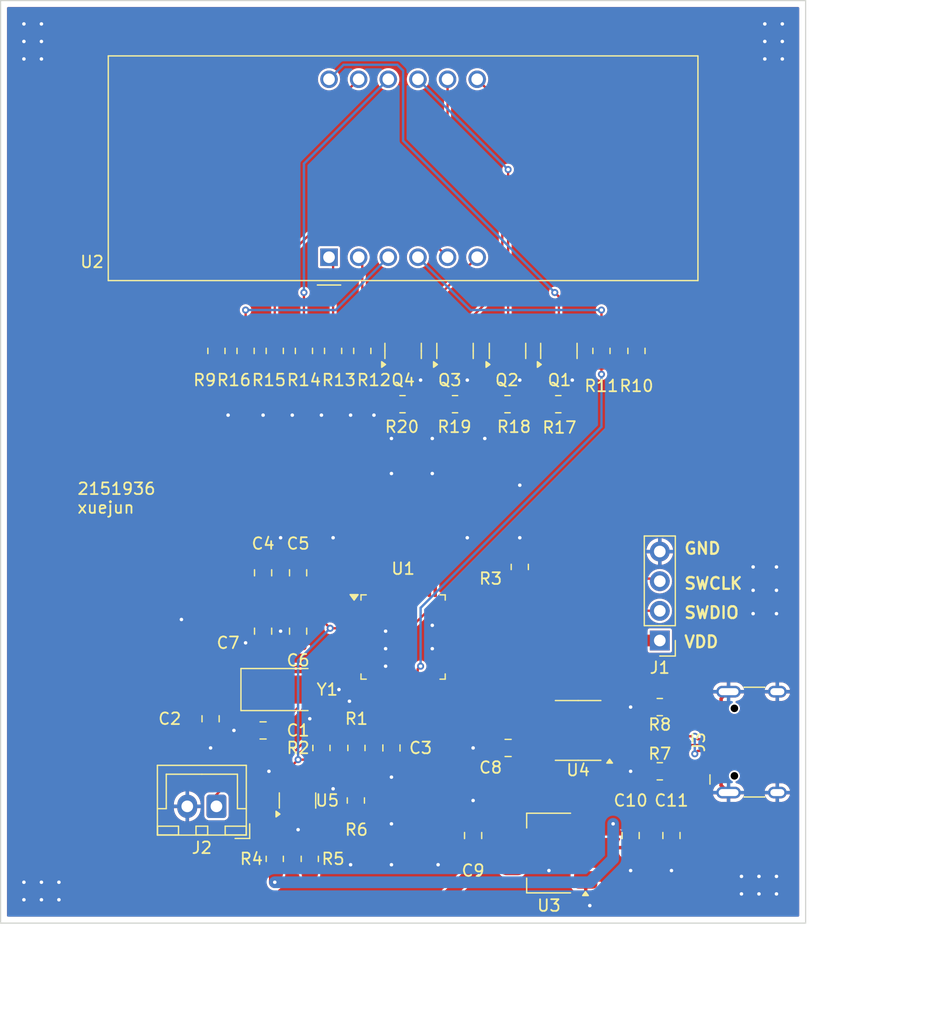
<source format=kicad_pcb>
(kicad_pcb (version 20240108) (generator "pcbnew") (generator_version "8.0")
  (layers (0 "F.Cu" signal) (31 "B.Cu" signal) (34 "B.Paste" user) (35 "F.Paste" user) (36 "B.SilkS" user "B.Silkscreen") (37 "F.SilkS" user "F.Silkscreen") (38 "B.Mask" user) (39 "F.Mask" user) (44 "Edge.Cuts" user))
  (net 0 "")
  (net 1 "Net-(Q2-B)")
  (net 2 "/CC2")
  (net 3 "/CC1")
  (net 4 "Net-(Q1-B)")
  (net 5 "/SEG_DP")
  (net 6 "Net-(U2-DPX)")
  (net 7 "Net-(U2-g)")
  (net 8 "/SEG_G")
  (net 9 "Net-(U2-f)")
  (net 10 "/SEG_F")
  (net 11 "/SEG_B")
  (net 12 "Net-(U2-b)")
  (net 13 "/SEG_E")
  (net 14 "Net-(U2-e)")
  (net 15 "Net-(U2-d)")
  (net 16 "/SEG_D")
  (net 17 "Net-(U2-c)")
  (net 18 "/SEG_C")
  (net 19 "/SEG_A")
  (net 20 "Net-(U2-a)")
  (net 21 "GND")
  (net 22 "Net-(J3-CC2)")
  (net 23 "Net-(J3-CC1)")
  (net 24 "Net-(U5-REF)")
  (net 25 "/VREF")
  (net 26 "Net-(U1-NRST)")
  (net 27 "VDD")
  (net 28 "Net-(J2-Pin_1)")
  (net 29 "/SWCLK")
  (net 30 "VCC")
  (net 31 "/CC3")
  (net 32 "Net-(Q3-B)")
  (net 33 "/CC4")
  (net 34 "Net-(Q4-B)")
  (net 35 "Net-(Q4-C)")
  (net 36 "Net-(Q1-C)")
  (net 37 "Net-(Q2-C)")
  (net 38 "Net-(Q3-C)")
  (net 39 "Net-(U4-UD-)")
  (net 40 "Net-(U4-UD+)")
  (net 42 "/UART_RX")
  (net 43 "/UART_TX")
  (net 63 "/SWDIO")
  (net 69 "Net-(U1-PF0)")
  (net 70 "Net-(U1-PF1)")
  (footprint "Capacitor_SMD:C_0805_2012Metric_Pad1.18x1.45mm_HandSolder" (layer "F.Cu") (at 141 104 -90)
    (property "Reference" "C6")
    (property "Value" "0.1uF")
  )
  (footprint "Resistor_SMD:R_0805_2012Metric_Pad1.20x1.40mm_HandSolder" (layer "F.Cu") (at 145.95 118.5 90)
    (property "Reference" "R6")
    (property "Value" "10k")
  )
  (footprint "Capacitor_SMD:C_0805_2012Metric_Pad1.18x1.45mm_HandSolder" (layer "F.Cu") (at 169.5 121.5 -90)
    (property "Reference" "C10")
    (property "Value" "0.1uF")
  )
  (footprint "Capacitor_SMD:C_0805_2012Metric_Pad1.18x1.45mm_HandSolder" (layer "F.Cu") (at 138 99 90)
    (property "Reference" "C4")
    (property "Value" "10uF")
  )
  (footprint "Connector_PinHeader_2.54mm:PinHeader_1x04_P2.54mm_Vertical" (layer "F.Cu") (at 172 104.8 180)
    (property "Reference" "J1")
    (property "Value" "Conn_01x04_Pin")
  )
  (footprint "Package_TO_SOT_SMD:SOT-23" (layer "F.Cu") (at 154.45 80 90)
    (property "Reference" "Q3")
    (property "Value" "MMBT3904" (hide yes))
  )
  (footprint "Package_TO_SOT_SMD:SOT-23" (layer "F.Cu") (at 158.95 80 90)
    (property "Reference" "Q2")
    (property "Value" "MMBT3904" (hide yes))
  )
  (footprint "Capacitor_SMD:C_0805_2012Metric_Pad1.18x1.45mm_HandSolder" (layer "F.Cu") (at 156 121.5 90)
    (property "Reference" "C9")
    (property "Value" "0.1uF")
  )
  (footprint "Resistor_SMD:R_0805_2012Metric_Pad1.20x1.40mm_HandSolder" (layer "F.Cu") (at 139 80 90)
    (property "Reference" "R15")
    (property "Value" "330")
  )
  (footprint "Resistor_SMD:R_0805_2012Metric_Pad1.20x1.40mm_HandSolder" (layer "F.Cu") (at 163.3 84.5625 180)
    (property "Reference" "R17")
    (property "Value" "1k")
  )
  (footprint "Display_7Segment:CA56-12EWA" (layer "F.Cu") (at 143.65 71.9775 90)
    (property "Reference" "U2")
    (property "Value" "CC56-12EWA")
  )
  (footprint "Resistor_SMD:R_0805_2012Metric_Pad1.20x1.40mm_HandSolder" (layer "F.Cu") (at 142 123.5 90)
    (property "Reference" "R5")
    (property "Value" "3.3k")
  )
  (footprint "Resistor_SMD:R_0805_2012Metric_Pad1.20x1.40mm_HandSolder" (layer "F.Cu") (at 146.5 80 90)
    (property "Reference" "R12")
    (property "Value" "330")
  )
  (footprint "Resistor_SMD:R_0805_2012Metric_Pad1.20x1.40mm_HandSolder" (layer "F.Cu") (at 149.95 84.5625 180)
    (property "Reference" "R20")
    (property "Value" "1k")
  )
  (footprint "Capacitor_SMD:C_0805_2012Metric_Pad1.18x1.45mm_HandSolder" (layer "F.Cu") (at 173 121.5 -90)
    (property "Reference" "C11")
    (property "Value" "10uF")
  )
  (footprint "Resistor_SMD:R_0805_2012Metric_Pad1.20x1.40mm_HandSolder" (layer "F.Cu") (at 158.95 84.5625 180)
    (property "Reference" "R18")
    (property "Value" "1k")
  )
  (footprint "Resistor_SMD:R_0805_2012Metric_Pad1.20x1.40mm_HandSolder" (layer "F.Cu") (at 134 80 90)
    (property "Reference" "R9")
    (property "Value" "330")
  )
  (footprint "Resistor_SMD:R_0805_2012Metric_Pad1.20x1.40mm_HandSolder" (layer "F.Cu") (at 146 114 90)
    (property "Reference" "R1")
    (property "Value" "10k")
  )
  (footprint "Resistor_SMD:R_0805_2012Metric_Pad1.20x1.40mm_HandSolder" (layer "F.Cu") (at 172 116 180)
    (property "Reference" "R7")
    (property "Value" "5.1k")
  )
  (footprint "Package_SO:SOIC-8_3.9x4.9mm_P1.27mm" (layer "F.Cu") (at 165 112.5 180)
    (property "Reference" "U4")
    (property "Value" "CH340N")
  )
  (footprint "Capacitor_SMD:C_0805_2012Metric_Pad1.18x1.45mm_HandSolder" (layer "F.Cu") (at 138 104 -90)
    (property "Reference" "C7")
    (property "Value" "10uF")
  )
  (footprint "Package_TO_SOT_SMD:SOT-23" (layer "F.Cu") (at 163.35 80 90)
    (property "Reference" "Q1")
    (property "Value" "MMBT3904")
  )
  (footprint "Connector_USB:USB_C_Receptacle_HCTL_HC-TYPE-C-16P-01A" (layer "F.Cu") (at 181 113.5 90)
    (property "Reference" "J3")
    (property "Value" "USB_C_Receptacle_USB2.0_16P")
  )
  (footprint "Package_TO_SOT_SMD:SOT-223-3_TabPin2" (layer "F.Cu") (at 162.5 123 180)
    (property "Reference" "U3")
    (property "Value" "AMS1117-3.3")
  )
  (footprint "Resistor_SMD:R_0805_2012Metric_Pad1.20x1.40mm_HandSolder" (layer "F.Cu") (at 141.5 80 90)
    (property "Reference" "R14")
    (property "Value" "330")
  )
  (footprint "Resistor_SMD:R_0805_2012Metric_Pad1.20x1.40mm_HandSolder" (layer "F.Cu") (at 144 80 90)
    (property "Reference" "R13")
    (property "Value" "330")
  )
  (footprint "Resistor_SMD:R_0805_2012Metric_Pad1.20x1.40mm_HandSolder" (layer "F.Cu") (at 172 110.5 180)
    (property "Reference" "R8")
    (property "Value" "5.1k")
  )
  (footprint "Capacitor_SMD:C_0805_2012Metric_Pad1.18x1.45mm_HandSolder" (layer "F.Cu") (at 138 112.5 180)
    (property "Reference" "C1")
    (property "Value" "22pF")
  )
  (footprint "Connector_JST:JST_XH_B2B-XH-A_1x02_P2.50mm_Vertical" (layer "F.Cu") (at 134 119 180)
    (property "Reference" "J2")
    (property "Value" "Conn_01x02_Pin")
  )
  (footprint "Capacitor_SMD:C_0805_2012Metric_Pad1.18x1.45mm_HandSolder" (layer "F.Cu") (at 149 114 -90)
    (property "Reference" "C3")
    (property "Value" "0.1uF")
  )
  (footprint "Resistor_SMD:R_0805_2012Metric_Pad1.20x1.40mm_HandSolder" (layer "F.Cu") (at 139 123.5 90)
    (property "Reference" "R4")
    (property "Value" "330")
  )
  (footprint "Resistor_SMD:R_0805_2012Metric_Pad1.20x1.40mm_HandSolder" (layer "F.Cu") (at 136.5 80 90)
    (property "Reference" "R16")
    (property "Value" "330")
  )
  (footprint "Resistor_SMD:R_0805_2012Metric_Pad1.20x1.40mm_HandSolder" (layer "F.Cu") (at 170 80 90)
    (property "Reference" "R10")
    (property "Value" "330")
  )
  (footprint "Resistor_SMD:R_0805_2012Metric_Pad1.20x1.40mm_HandSolder" (layer "F.Cu") (at 160 98.5 90)
    (property "Reference" "R3")
    (property "Value" "10k")
  )
  (footprint "Package_QFP:LQFP-48_7x7mm_P0.5mm" (layer "F.Cu") (at 150 104.5)
    (property "Reference" "U1")
    (property "Value" "STM32G030C8Tx")
  )
  (footprint "Resistor_SMD:R_0805_2012Metric_Pad1.20x1.40mm_HandSolder" (layer "F.Cu") (at 143 114 90)
    (property "Reference" "R2")
    (property "Value" "10k")
  )
  (footprint "Resistor_SMD:R_0805_2012Metric_Pad1.20x1.40mm_HandSolder" (layer "F.Cu") (at 167 80 90)
    (property "Reference" "R11")
    (property "Value" "330")
  )
  (footprint "Capacitor_SMD:C_0805_2012Metric_Pad1.18x1.45mm_HandSolder" (layer "F.Cu") (at 159 114 180)
    (property "Reference" "C8")
    (property "Value" "0.1uF")
  )
  (footprint "Resistor_SMD:R_0805_2012Metric_Pad1.20x1.40mm_HandSolder" (layer "F.Cu") (at 154.45 84.5625 180)
    (property "Reference" "R19")
    (property "Value" "1k")
  )
  (footprint "Package_TO_SOT_SMD:SOT-23" (layer "F.Cu") (at 140.95 118.5 90)
    (property "Reference" "U5")
    (property "Value" "TL431DBZ")
  )
  (footprint "Package_TO_SOT_SMD:SOT-23" (layer "F.Cu") (at 150 80 90)
    (property "Reference" "Q4")
    (property "Value" "MMBT3904" (hide yes))
  )
  (footprint "Capacitor_SMD:C_0805_2012Metric_Pad1.18x1.45mm_HandSolder" (layer "F.Cu") (at 133.5 111.5 -90)
    (property "Reference" "C2")
    (property "Value" "22pF")
  )
  (footprint "Capacitor_SMD:C_0805_2012Metric_Pad1.18x1.45mm_HandSolder" (layer "F.Cu") (at 141 99 90)
    (property "Reference" "C5")
    (property "Value" "0.1uF")
  )
  (footprint "Crystal:Crystal_SMD_5032-2Pin_5.0x3.2mm" (layer "F.Cu") (at 139.15 109)
    (property "Reference" "Y1")
    (property "Value" "Crystal")
  )
  (gr_line (start 184.5 50) (end 184.5 129) (stroke (width 0.1)) (layer "Edge.Cuts"))
  (gr_line (start 115.5 50) (end 184.5 50) (stroke (width 0.1)) (layer "Edge.Cuts"))
  (gr_line (start 115.5 50) (end 115.5 129) (stroke (width 0.1)) (layer "Edge.Cuts"))
  (gr_line (start 184.5 129) (end 115.5 129) (stroke (width 0.1)) (layer "Edge.Cuts"))
  (gr_text "2151936\nxuejun" (at 122 94 0) (layer "F.SilkS") (effects (font (size 1 1)) (justify left bottom)))
  (gr_text "GND" (at 174 97.5 0) (layer "F.SilkS") (effects (font (size 1 1) (thickness 0.2) (bold yes)) (justify left bottom)))
  (gr_text "SWDIO" (at 174 103 0) (layer "F.SilkS") (effects (font (size 1 1) (thickness 0.2) (bold yes)) (justify left bottom)))
  (gr_text "VDD" (at 174 105.5 0) (layer "F.SilkS") (effects (font (size 1 1) (thickness 0.2) (bold yes)) (justify left bottom)))
  (gr_text "SWCLK" (at 174 100.5 0) (layer "F.SilkS") (effects (font (size 1 1) (thickness 0.2) (bold yes)) (justify left bottom)))
  (segment (start 157.95 84.5625) (end 157.95 80.9875) (width 0.2) (layer "F.Cu") (net 1))
  (segment (start 157.95 80.9875) (end 158 80.9375) (width 0.2) (layer "F.Cu") (net 1))
  (segment (start 151.75 94.75) (end 159.95 86.55) (width 0.2) (layer "F.Cu") (net 2))
  (segment (start 159.95 86.55) (end 159.95 84.5625) (width 0.2) (layer "F.Cu") (net 2))
  (segment (start 151.75 100.3375) (end 151.75 94.75) (width 0.2) (layer "F.Cu") (net 2))
  (segment (start 152.25 100.3375) (end 152.25 96.6125) (width 0.2) (layer "F.Cu") (net 3))
  (segment (start 152.25 96.6125) (end 164.3 84.5625) (width 0.2) (layer "F.Cu") (net 3))
  (segment (start 162.3 81.0375) (end 162.4 80.9375) (width 0.2) (layer "F.Cu") (net 4))
  (segment (start 162.3 84.5625) (end 162.3 81.0375) (width 0.2) (layer "F.Cu") (net 4))
  (segment (start 148.25 97.75) (end 136.5 86) (width 0.2) (layer "F.Cu") (net 5))
  (segment (start 136.5 86) (end 136.5 81) (width 0.2) (layer "F.Cu") (net 5))
  (segment (start 148.25 100.3375) (end 148.25 97.75) (width 0.2) (layer "F.Cu") (net 5))
  (segment (start 149 72.2475) (end 148.73 71.9775) (width 0.2) (layer "F.Cu") (net 6))
  (segment (start 136.5 79) (end 136.5 76.5) (width 0.2) (layer "F.Cu") (net 6))
  (via (at 136.5 76.5) (size 0.6) (drill 0.3) (layers "F.Cu" "B.Cu") (net 6))
  (segment (start 144.2075 76.5) (end 148.73 71.9775) (width 0.2) (layer "B.Cu") (net 6))
  (segment (start 136.5 76.5) (end 144.2075 76.5) (width 0.2) (layer "B.Cu") (net 6))
  (segment (start 139 79) (end 139 73) (width 0.2) (layer "F.Cu") (net 7))
  (segment (start 139 73) (end 142 70) (width 0.2) (layer "F.Cu") (net 7))
  (segment (start 142 70) (end 151.8325 70) (width 0.2) (layer "F.Cu") (net 7))
  (segment (start 151.8325 70) (end 153.81 71.9775) (width 0.2) (layer "F.Cu") (net 7))
  (segment (start 148.75 100.3375) (end 148.75 96.75) (width 0.2) (layer "F.Cu") (net 8))
  (segment (start 148.75 96.75) (end 139 87) (width 0.2) (layer "F.Cu") (net 8))
  (segment (start 139 87) (end 139 81) (width 0.2) (layer "F.Cu") (net 8))
  (segment (start 141.5 79) (end 141.5 75) (width 0.2) (layer "F.Cu") (net 9))
  (via (at 141.5 75) (size 0.6) (drill 0.3) (layers "F.Cu" "B.Cu") (net 9))
  (segment (start 141.5 75) (end 141.5 63.9675) (width 0.2) (layer "B.Cu") (net 9))
  (segment (start 141.5 63.9675) (end 148.73 56.7375) (width 0.2) (layer "B.Cu") (net 9))
  (segment (start 141.5 88) (end 141.5 81) (width 0.2) (layer "F.Cu") (net 10))
  (segment (start 149.25 95.75) (end 141.5 88) (width 0.2) (layer "F.Cu") (net 10))
  (segment (start 149.25 100.3375) (end 149.25 95.75) (width 0.2) (layer "F.Cu") (net 10))
  (segment (start 170 84.35741) (end 170 81) (width 0.2) (layer "F.Cu") (net 11))
  (segment (start 150.75 108.6625) (end 150.75 103.60741) (width 0.2) (layer "F.Cu") (net 11))
  (segment (start 150.75 103.60741) (end 170 84.35741) (width 0.2) (layer "F.Cu") (net 11))
  (segment (start 170 70.3875) (end 156.35 56.7375) (width 0.2) (layer "F.Cu") (net 12))
  (segment (start 170 79) (end 170 70.3875) (width 0.2) (layer "F.Cu") (net 12))
  (segment (start 144 89) (end 144 81) (width 0.2) (layer "F.Cu") (net 13))
  (segment (start 149.75 100.3375) (end 149.75 94.75) (width 0.2) (layer "F.Cu") (net 13))
  (segment (start 149.75 94.75) (end 144 89) (width 0.2) (layer "F.Cu") (net 13))
  (segment (start 144 72.3275) (end 143.65 71.9775) (width 0.2) (layer "F.Cu") (net 14))
  (segment (start 144 79) (end 144 72.3275) (width 0.2) (layer "F.Cu") (net 14))
  (segment (start 146.5 72.2875) (end 146.19 71.9775) (width 0.2) (layer "F.Cu") (net 15))
  (segment (start 146.5 79) (end 146.5 72.2875) (width 0.2) (layer "F.Cu") (net 15))
  (segment (start 150.25 93.75) (end 146.5 90) (width 0.2) (layer "F.Cu") (net 16))
  (segment (start 150.25 100.3375) (end 150.25 93.75) (width 0.2) (layer "F.Cu") (net 16))
  (segment (start 146.5 90) (end 146.5 81) (width 0.2) (layer "F.Cu") (net 16))
  (segment (start 167 76.5) (end 167 79) (width 0.2) (layer "F.Cu") (net 17))
  (via (at 167 76.5) (size 0.6) (drill 0.3) (layers "F.Cu" "B.Cu") (net 17))
  (segment (start 155.7925 76.5) (end 151.27 71.9775) (width 0.2) (layer "B.Cu") (net 17))
  (segment (start 167 76.5) (end 155.7925 76.5) (width 0.2) (layer "B.Cu") (net 17))
  (segment (start 151.25 107.25) (end 151.25 108.6625) (width 0.2) (layer "F.Cu") (net 18))
  (segment (start 151.5 107) (end 151.25 107.25) (width 0.2) (layer "F.Cu") (net 18))
  (segment (start 167 81) (end 167 82) (width 0.2) (layer "F.Cu") (net 18))
  (via (at 167 82) (size 0.6) (drill 0.3) (layers "F.Cu" "B.Cu") (net 18))
  (via (at 151.5 107) (size 0.6) (drill 0.3) (layers "F.Cu" "B.Cu") (net 18))
  (segment (start 167 86.5) (end 167 82) (width 0.2) (layer "B.Cu") (net 18))
  (segment (start 151.5 107) (end 151.5 102) (width 0.2) (layer "B.Cu") (net 18))
  (segment (start 151.5 102) (end 167 86.5) (width 0.2) (layer "B.Cu") (net 18))
  (segment (start 150.25 104.60741) (end 134 88.35741) (width 0.2) (layer "F.Cu") (net 19))
  (segment (start 134 88.35741) (end 134 81) (width 0.2) (layer "F.Cu") (net 19))
  (segment (start 150.25 108.6625) (end 150.25 104.60741) (width 0.2) (layer "F.Cu") (net 19))
  (segment (start 134 79) (end 134 68.9275) (width 0.2) (layer "F.Cu") (net 20))
  (segment (start 134 68.9275) (end 146.19 56.7375) (width 0.2) (layer "F.Cu") (net 20))
  (segment (start 138 105.0375) (end 141 105.0375) (width 0.2) (layer "F.Cu") (net 21))
  (segment (start 177.87 117.82) (end 177.895 117.82) (width 0.2) (layer "F.Cu") (net 21))
  (segment (start 177.255 117.205) (end 177.87 117.82) (width 0.3) (layer "F.Cu") (net 21))
  (segment (start 177.005 116.7) (end 177.255 116.7) (width 0.3) (layer "F.Cu") (net 21))
  (segment (start 177.255 109.82) (end 177.895 109.18) (width 0.2) (layer "F.Cu") (net 21))
  (segment (start 176.955 116.75) (end 177.005 116.7) (width 0.3) (layer "F.Cu") (net 21))
  (segment (start 177.255 116.7) (end 177.255 117.205) (width 0.3) (layer "F.Cu") (net 21))
  (segment (start 177.255 110.3) (end 177.255 109.82) (width 0.2) (layer "F.Cu") (net 21))
  (segment (start 145.8375 104.75) (end 141.2875 104.75) (width 0.2) (layer "F.Cu") (net 21))
  (segment (start 177.255 110.3) (end 176.3 110.3) (width 0.2) (layer "F.Cu") (net 21))
  (segment (start 176.3 110.3) (end 176 110) (width 0.2) (layer "F.Cu") (net 21))
  (segment (start 141.2875 104.75) (end 141 105.0375) (width 0.2) (layer "F.Cu") (net 21))
  (via (at 182 98.5) (size 0.6) (drill 0.3) (layers "F.Cu" "B.Cu") (net 21))
  (via (at 162.5 124.5) (size 0.6) (drill 0.3) (layers "F.Cu" "B.Cu") (net 21))
  (via (at 160 91.5) (size 0.6) (drill 0.3) (layers "F.Cu" "B.Cu") (net 21))
  (via (at 152.5 105.5) (size 0.6) (drill 0.3) (layers "F.Cu" "B.Cu") (net 21))
  (via (at 179 125) (size 0.6) (drill 0.3) (layers "F.Cu" "B.Cu") (net 21))
  (via (at 156 118.5) (size 0.6) (drill 0.3) (layers "F.Cu" "B.Cu") (net 21))
  (via (at 138 85.5) (size 0.6) (drill 0.3) (layers "F.Cu" "B.Cu") (net 21))
  (via (at 120.5 125.5) (size 0.6) (drill 0.3) (layers "F.Cu" "B.Cu") (net 21))
  (via (at 169.5 110.5) (size 0.6) (drill 0.3) (layers "F.Cu" "B.Cu") (net 21))
  (via (at 160 96) (size 0.6) (drill 0.3) (layers "F.Cu" "B.Cu") (net 21))
  (via (at 142 111.5) (size 0.6) (drill 0.3) (layers "F.Cu" "B.Cu") (net 21))
  (via (at 180.5 125) (size 0.6) (drill 0.3) (layers "F.Cu" "B.Cu") (net 21))
  (via (at 145.5 124) (size 0.6) (drill 0.3) (layers "F.Cu" "B.Cu") (net 21))
  (via (at 181 52) (size 0.6) (drill 0.3) (layers "F.Cu" "B.Cu") (net 21))
  (via (at 133.5 114) (size 0.6) (drill 0.3) (layers "F.Cu" "B.Cu") (net 21))
  (via (at 166 127.5) (size 0.6) (drill 0.3) (layers "F.Cu" "B.Cu") (net 21))
  (via (at 119 55) (size 0.6) (drill 0.3) (layers "F.Cu" "B.Cu") (net 21))
  (via (at 145.5 85.5) (size 0.6) (drill 0.3) (layers "F.Cu" "B.Cu") (net 21))
  (via (at 181 53.5) (size 0.6) (drill 0.3) (layers "F.Cu" "B.Cu") (net 21))
  (via (at 181 55) (size 0.6) (drill 0.3) (layers "F.Cu" "B.Cu") (net 21))
  (via (at 156 114) (size 0.6) (drill 0.3) (layers "F.Cu" "B.Cu") (net 21))
  (via (at 149 116.5) (size 0.6) (drill 0.3) (layers "F.Cu" "B.Cu") (net 21))
  (via (at 148.5 104) (size 0.6) (drill 0.3) (layers "F.Cu" "B.Cu") (net 21))
  (via (at 136.5 105) (size 0.6) (drill 0.3) (layers "F.Cu" "B.Cu") (net 21))
  (via (at 140.5 85.5) (size 0.6) (drill 0.3) (layers "F.Cu" "B.Cu") (net 21))
  (via (at 180 102.5) (size 0.6) (drill 0.3) (layers "F.Cu" "B.Cu") (net 21))
  (via (at 119 52) (size 0.6) (drill 0.3) (layers "F.Cu" "B.Cu") (net 21))
  (via (at 160 82.5) (size 0.6) (drill 0.3) (layers "F.Cu" "B.Cu") (net 21))
  (via (at 173 124.5) (size 0.6) (drill 0.3) (layers "F.Cu" "B.Cu") (net 21))
  (via (at 149 87.5) (size 0.6) (drill 0.3) (layers "F.Cu" "B.Cu") (net 21))
  (via (at 117.5 125.5) (size 0.6) (drill 0.3) (layers "F.Cu" "B.Cu") (net 21))
  (via (at 117.5 127) (size 0.6) (drill 0.3) (layers "F.Cu" "B.Cu") (net 21))
  (via (at 153 124) (size 0.6) (drill 0.3) (layers "F.Cu" "B.Cu") (net 21))
  (via (at 148.5 107) (size 0.6) (drill 0.3) (layers "F.Cu" "B.Cu") (net 21))
  (via (at 139.5 104) (size 0.6) (drill 0.3) (layers "F.Cu" "B.Cu") (net 21))
  (via (at 182.5 52) (size 0.6) (drill 0.3) (layers "F.Cu" "B.Cu") (net 21))
  (via (at 180 100.5) (size 0.6) (drill 0.3) (layers "F.Cu" "B.Cu") (net 21))
  (via (at 180 98.5) (size 0.6) (drill 0.3) (layers "F.Cu" "B.Cu") (net 21))
  (via (at 138.5 116) (size 0.6) (drill 0.3) (layers "F.Cu" "B.Cu") (net 21))
  (via (at 119 125.5) (size 0.6) (drill 0.3) (layers "F.Cu" "B.Cu") (net 21))
  (via (at 182 125) (size 0.6) (drill 0.3) (layers "F.Cu" "B.Cu") (net 21))
  (via (at 149 124) (size 0.6) (drill 0.3) (layers "F.Cu" "B.Cu") (net 21))
  (via (at 164.5 82.5) (size 0.6) (drill 0.3) (layers "F.Cu" "B.Cu") (net 21))
  (via (at 144.5 109) (size 0.6) (drill 0.3) (layers "F.Cu" "B.Cu") (net 21))
  (via (at 149 90.5) (size 0.6) (drill 0.3) (layers "F.Cu" "B.Cu") (net 21))
  (via (at 139.5 96) (size 0.6) (drill 0.3) (layers "F.Cu" "B.Cu") (net 21))
  (via (at 155.5 82.5) (size 0.6) (drill 0.3) (layers "F.Cu" "B.Cu") (net 21))
  (via (at 144 96) (size 0.6) (drill 0.3) (layers "F.Cu" "B.Cu") (net 21))
  (via (at 117.5 53.5) (size 0.6) (drill 0.3) (layers "F.Cu" "B.Cu") (net 21))
  (via (at 119 53.5) (size 0.6) (drill 0.3) (layers "F.Cu" "B.Cu") (net 21))
  (via (at 182.5 53.5) (size 0.6) (drill 0.3) (layers "F.Cu" "B.Cu") (net 21))
  (via (at 182 100.5) (size 0.6) (drill 0.3) (layers "F.Cu" "B.Cu") (net 21))
  (via (at 119 127) (size 0.6) (drill 0.3) (layers "F.Cu" "B.Cu") (net 21))
  (via (at 120.5 127) (size 0.6) (drill 0.3) (layers "F.Cu" "B.Cu") (net 21))
  (via (at 155.5 96) (size 0.6) (drill 0.3) (layers "F.Cu" "B.Cu") (net 21))
  (via (at 135 85.5) (size 0.6) (drill 0.3) (layers "F.Cu" "B.Cu") (net 21))
  (via (at 144 117.5) (size 0.6) (drill 0.3) (layers "F.Cu" "B.Cu") (net 21))
  (via (at 180.5 126.5) (size 0.6) (drill 0.3) (layers "F.Cu" "B.Cu") (net 21))
  (via (at 169.5 124.5) (size 0.6) (drill 0.3) (layers "F.Cu" "B.Cu") (net 21))
  (via (at 182.5 55) (size 0.6) (drill 0.3) (layers "F.Cu" "B.Cu") (net 21))
  (via (at 151.5 82.5) (size 0.6) (drill 0.3) (layers "F.Cu" "B.Cu") (net 21))
  (via (at 182 102.5) (size 0.6) (drill 0.3) (layers "F.Cu" "B.Cu") (net 21))
  (via (at 182 126.5) (size 0.6) (drill 0.3) (layers "F.Cu" "B.Cu") (net 21))
  (via (at 145.4 110) (size 0.6) (drill 0.3) (layers "F.Cu" "B.Cu") (net 21))
  (via (at 179 126.5) (size 0.6) (drill 0.3) (layers "F.Cu" "B.Cu") (net 21))
  (via (at 169.5 116) (size 0.6) (drill 0.3) (layers "F.Cu" "B.Cu") (net 21))
  (via (at 117.5 52) (size 0.6) (drill 0.3) (layers "F.Cu" "B.Cu") (net 21))
  (via (at 117.5 55) (size 0.6) (drill 0.3) (layers "F.Cu" "B.Cu") (net 21))
  (via (at 131 103) (size 0.6) (drill 0.3) (layers "F.Cu" "B.Cu") (net 21))
  (via (at 147.5 85.5) (size 0.6) (drill 0.3) (layers "F.Cu" "B.Cu") (net 21))
  (via (at 149 120.5) (size 0.6) (drill 0.3) (layers "F.Cu" "B.Cu") (net 21))
  (via (at 152.5 103.5) (size 0.6) (drill 0.3) (layers "F.Cu" "B.Cu") (net 21))
  (via (at 148.5 105.5) (size 0.6) (drill 0.3) (layers "F.Cu" "B.Cu") (net 21))
  (via (at 143 85.5) (size 0.6) (drill 0.3) (layers "F.Cu" "B.Cu") (net 21))
  (via (at 157 87.5) (size 0.6) (drill 0.3) (layers "F.Cu" "B.Cu") (net 21))
  (via (at 141 121) (size 0.6) (drill 0.3) (layers "F.Cu" "B.Cu") (net 21))
  (via (at 152.5 87.5) (size 0.6) (drill 0.3) (layers "F.Cu" "B.Cu") (net 21))
  (via (at 152.5 90.5) (size 0.6) (drill 0.3) (layers "F.Cu" "B.Cu") (net 21))
  (via (at 135.5 112.5) (size 0.6) (drill 0.3) (layers "F.Cu" "B.Cu") (net 21))
  (segment (start 173 110.5) (end 174.5 110.5) (width 0.2) (layer "F.Cu") (net 22))
  (segment (start 175.75 111.75) (end 177.32 111.75) (width 0.2) (layer "F.Cu") (net 22))
  (segment (start 174.5 110.5) (end 175.75 111.75) (width 0.2) (layer "F.Cu") (net 22))
  (segment (start 174.5 116) (end 173 116) (width 0.2) (layer "F.Cu") (net 23))
  (segment (start 175.75 114.75) (end 174.5 116) (width 0.2) (layer "F.Cu") (net 23))
  (segment (start 177.32 114.75) (end 175.75 114.75) (width 0.2) (layer "F.Cu") (net 23))
  (segment (start 141.9 119.4375) (end 141.9625 119.5) (width 0.2) (layer "F.Cu") (net 24))
  (segment (start 142 119.5375) (end 141.9 119.4375) (width 0.2) (layer "F.Cu") (net 24))
  (segment (start 141.9625 119.5) (end 145.95 119.5) (width 0.2) (layer "F.Cu") (net 24))
  (segment (start 142 122.5) (end 142 119.5375) (width 0.2) (layer "F.Cu") (net 24))
  (segment (start 143.75 103.75) (end 142.9625 102.9625) (width 0.2) (layer "F.Cu") (net 25))
  (segment (start 141 124.5) (end 139 122.5) (width 0.2) (layer "F.Cu") (net 25))
  (segment (start 140 120.46875) (end 140 119.4375) (width 0.2) (layer "F.Cu") (net 25))
  (segment (start 141 115) (end 140 116) (width 0.2) (layer "F.Cu") (net 25))
  (segment (start 139 121.46875) (end 140 120.46875) (width 0.2) (layer "F.Cu") (net 25))
  (segment (start 142 124.5) (end 141 124.5) (width 0.2) (layer "F.Cu") (net 25))
  (segment (start 140 116) (end 140 119.4375) (width 0.2) (layer "F.Cu") (net 25))
  (segment (start 142.9625 102.9625) (end 141 102.9625) (width 0.2) (layer "F.Cu") (net 25))
  (segment (start 143.75 103.75) (end 145.8375 103.75) (width 0.2) (layer "F.Cu") (net 25))
  (segment (start 141 102.9625) (end 138 102.9625) (width 0.2) (layer "F.Cu") (net 25))
  (segment (start 139 122.5) (end 139 121.46875) (width 0.2) (layer "F.Cu") (net 25))
  (segment (start 141 115) (end 143 115) (width 0.2) (layer "F.Cu") (net 25))
  (via (at 143.75 103.75) (size 0.6) (drill 0.3) (layers "F.Cu" "B.Cu") (net 25))
  (via (at 141 115) (size 0.6) (drill 0.3) (layers "F.Cu" "B.Cu") (net 25))
  (segment (start 141 106.5) (end 143.75 103.75) (width 0.2) (layer "B.Cu") (net 25))
  (segment (start 141 115) (end 141 106.5) (width 0.2) (layer "B.Cu") (net 25))
  (segment (start 146 113) (end 148.9625 113) (width 0.2) (layer "F.Cu") (net 26))
  (segment (start 147 107.35741) (end 146 108.35741) (width 0.2) (layer "F.Cu") (net 26))
  (segment (start 146.75 106.25) (end 147 106.5) (width 0.2) (layer "F.Cu") (net 26))
  (segment (start 148.9625 113) (end 149 112.9625) (width 0.2) (layer "F.Cu") (net 26))
  (segment (start 146 108.35741) (end 146 113) (width 0.2) (layer "F.Cu") (net 26))
  (segment (start 145.8375 106.25) (end 146.75 106.25) (width 0.2) (layer "F.Cu") (net 26))
  (segment (start 147 106.5) (end 147 107.35741) (width 0.2) (layer "F.Cu") (net 26))
  (segment (start 145.8375 104.25) (end 146.75 104.25) (width 0.25) (layer "F.Cu") (net 27))
  (segment (start 170.295 104.8) (end 172 104.8) (width 1) (layer "F.Cu") (net 27))
  (segment (start 164.5 110.595) (end 162.375 110.595) (width 0.3) (layer "F.Cu") (net 27))
  (segment (start 156 122.5375) (end 153.5375 122.5375) (width 1) (layer "F.Cu") (net 27))
  (segment (start 146.75 103.25) (end 145.8375 103.25) (width 0.25) (layer "F.Cu") (net 27))
  (segment (start 158.5375 122.5375) (end 156 122.5375) (width 1) (layer "F.Cu") (net 27))
  (segment (start 145 103.25) (end 144.75 103.25) (width 0.2) (layer "F.Cu") (net 27))
  (segment (start 159.35 123) (end 159.35 118.15) (width 1) (layer "F.Cu") (net 27))
  (segment (start 132.5 127) (end 127.5 122) (width 1) (layer "F.Cu") (net 27))
  (segment (start 159.35 123) (end 165.65 123) (width 1) (layer "F.Cu") (net 27))
  (segment (start 153.5375 122.5375) (end 146 115) (width 1) (layer "F.Cu") (net 27))
  (segment (start 146.75 104.25) (end 147 104) (width 0.25) (layer "F.Cu") (net 27))
  (segment (start 164.5 114) (end 164.095 114.405) (width 0.6) (layer "F.Cu") (net 27))
  (segment (start 159.35 123) (end 159 123) (width 0.2) (layer "F.Cu") (net 27))
  (segment (start 164.5 110.595) (end 164.5 114) (width 1) (layer "F.Cu") (net 27))
  (segment (start 156 124.5) (end 153.5 127) (width 1) (layer "F.Cu") (net 27))
  (segment (start 159.35 118.15) (end 160.0375 117.4625) (width 1) (layer "F.Cu") (net 27))
  (segment (start 145.8375 103.25) (end 145 103.25) (width 0.3) (layer "F.Cu") (net 27))
  (segment (start 144.75 103.25) (end 141.5375 100.0375) (width 0.2) (layer "F.Cu") (net 27))
  (segment (start 162.375 114.405) (end 160.4425 114.405) (width 0.6) (layer "F.Cu") (net 27))
  (segment (start 156 122.5375) (end 156 124.5) (width 1) (layer "F.Cu") (net 27))
  (segment (start 147 103.5) (end 146.75 103.25) (width 0.25) (layer "F.Cu") (net 27))
  (segment (start 160.4425 114.405) (end 160.0375 114) (width 0.2) (layer "F.Cu") (net 27))
  (segment (start 127.5 122) (end 127.5 103) (width 1) (layer "F.Cu") (net 27))
  (segment (start 153.5 127) (end 132.5 127) (width 1) (layer "F.Cu") (net 27))
  (segment (start 164.095 114.405) (end 162.375 114.405) (width 0.6) (layer "F.Cu") (net 27))
  (segment (start 159 123) (end 158.5375 122.5375) (width 0.2) (layer "F.Cu") (net 27))
  (segment (start 141 100.0375) (end 138 100.0375) (width 1) (layer "F.Cu") (net 27))
  (segment (start 141.5375 100.0375) (end 141 100.0375) (width 0.3) (layer "F.Cu") (net 27))
  (segment (start 164.5 110.595) (end 170.295 104.8) (width 1) (layer "F.Cu") (net 27))
  (segment (start 160.0375 117.4625) (end 160.0375 114) (width 1) (layer "F.Cu") (net 27))
  (segment (start 130.4625 100.0375) (end 138 100.0375) (width 1) (layer "F.Cu") (net 27))
  (segment (start 147 104) (end 147 103.5) (width 0.25) (layer "F.Cu") (net 27))
  (segment (start 127.5 103) (end 130.4625 100.0375) (width 1) (layer "F.Cu") (net 27))
  (segment (start 134 118) (end 134 119) (width 0.2) (layer "F.Cu") (net 28))
  (segment (start 143 113) (end 142 113) (width 0.2) (layer "F.Cu") (net 28))
  (segment (start 142 113) (end 140.5 114.5) (width 0.2) (layer "F.Cu") (net 28))
  (segment (start 143 108) (end 143 113) (width 0.2) (layer "F.Cu") (net 28))
  (segment (start 145.8375 106.75) (end 144.25 106.75) (width 0.2) (layer "F.Cu") (net 28))
  (segment (start 140.5 114.5) (end 137.5 114.5) (width 0.2) (layer "F.Cu") (net 28))
  (segment (start 144.25 106.75) (end 143 108) (width 0.2) (layer "F.Cu") (net 28))
  (segment (start 137.5 114.5) (end 134 118) (width 0.2) (layer "F.Cu") (net 28))
  (segment (start 157.75 101.75) (end 160 99.5) (width 0.2) (layer "F.Cu") (net 29))
  (segment (start 171.78 99.5) (end 172 99.72) (width 0.2) (layer "F.Cu") (net 29))
  (segment (start 160 99.5) (end 171.78 99.5) (width 0.2) (layer "F.Cu") (net 29))
  (segment (start 154.1625 101.75) (end 157.75 101.75) (width 0.2) (layer "F.Cu") (net 29))
  (segment (start 179 114.794999) (end 179 112.169594) (width 0.3) (layer "F.Cu") (net 30))
  (segment (start 177.930406 111.1) (end 177.32 111.1) (width 0.25) (layer "F.Cu") (net 30))
  (segment (start 169.5 120.4625) (end 173 120.4625) (width 1) (layer "F.Cu") (net 30))
  (segment (start 177.32 115.9) (end 177.894999 115.9) (width 0.25) (layer "F.Cu") (net 30))
  (segment (start 177.32 115.9) (end 175.85 115.9) (width 0.5) (layer "F.Cu") (net 30))
  (segment (start 139 124.5) (end 139 125.5) (width 1) (layer "F.Cu") (net 30))
  (segment (start 173 118.75) (end 173 120.4625) (width 1) (layer "F.Cu") (net 30))
  (segment (start 168 120.5) (end 168.0375 120.4625) (width 0.2) (layer "F.Cu") (net 30))
  (segment (start 177.894999 115.9) (end 179 114.794999) (width 0.25) (layer "F.Cu") (net 30))
  (segment (start 179 112.169594) (end 177.930406 111.1) (width 0.25) (layer "F.Cu") (net 30))
  (segment (start 168.0375 120.4625) (end 169.5 120.4625) (width 1) (layer "F.Cu") (net 30))
  (segment (start 175.85 115.9) (end 173 118.75) (width 1) (layer "F.Cu") (net 30))
  (segment (start 168 120.5) (end 165.85 120.5) (width 1) (layer "F.Cu") (net 30))
  (segment (start 165.85 120.5) (end 165.65 120.7) (width 0.2) (layer "F.Cu") (net 30))
  (via (at 139 125.5) (size 0.6) (drill 0.3) (layers "F.Cu" "B.Cu") (net 30))
  (via (at 168 120.5) (size 0.6) (drill 0.3) (layers "F.Cu" "B.Cu") (net 30))
  (segment (start 139 125.5) (end 166 125.5) (width 1) (layer "B.Cu") (net 30))
  (segment (start 166 125.5) (end 168 123.5) (width 1) (layer "B.Cu") (net 30))
  (segment (start 168 123.5) (end 168 120.5) (width 1) (layer "B.Cu") (net 30))
  (segment (start 151.25 100.3375) (end 151.25 93.75) (width 0.2) (layer "F.Cu") (net 31))
  (segment (start 155.45 89.55) (end 155.45 84.5625) (width 0.2) (layer "F.Cu") (net 31))
  (segment (start 151.25 93.75) (end 155.45 89.55) (width 0.2) (layer "F.Cu") (net 31))
  (segment (start 153.45 84.5625) (end 153.45 80.9875) (width 0.2) (layer "F.Cu") (net 32))
  (segment (start 153.45 80.9875) (end 153.5 80.9375) (width 0.2) (layer "F.Cu") (net 32))
  (segment (start 150.75 84.7625) (end 150.95 84.5625) (width 0.2) (layer "F.Cu") (net 33))
  (segment (start 150.75 100.3375) (end 150.75 84.7625) (width 0.2) (layer "F.Cu") (net 33))
  (segment (start 148.95 81.0375) (end 149.05 80.9375) (width 0.2) (layer "F.Cu") (net 34))
  (segment (start 148.95 84.5625) (end 148.95 81.0375) (width 0.2) (layer "F.Cu") (net 34))
  (segment (start 150 78.3275) (end 156.35 71.9775) (width 0.2) (layer "F.Cu") (net 35))
  (segment (start 150 79.0625) (end 150 78.3275) (width 0.2) (layer "F.Cu") (net 35))
  (segment (start 163.35 75.35) (end 163.35 79.0625) (width 0.2) (layer "F.Cu") (net 36))
  (segment (start 163 75) (end 163.35 75.35) (width 0.2) (layer "F.Cu") (net 36))
  (via (at 163 75) (size 0.6) (drill 0.3) (layers "F.Cu" "B.Cu") (net 36))
  (segment (start 163 75) (end 150 62) (width 0.2) (layer "B.Cu") (net 36))
  (segment (start 150 56) (end 149.5 55.5) (width 0.2) (layer "B.Cu") (net 36))
  (segment (start 144.8875 55.5) (end 143.65 56.7375) (width 0.2) (layer "B.Cu") (net 36))
  (segment (start 149.5 55.5) (end 144.8875 55.5) (width 0.2) (layer "B.Cu") (net 36))
  (segment (start 150 62) (end 150 56) (width 0.2) (layer "B.Cu") (net 36))
  (segment (start 159 79.0125) (end 158.95 79.0625) (width 0.2) (layer "F.Cu") (net 37))
  (segment (start 159 64.4675) (end 159 79.0125) (width 0.2) (layer "F.Cu") (net 37))
  (segment (start 158.95 79.125) (end 158.95 78.5625) (width 0.2) (layer "F.Cu") (net 37))
  (via (at 159 64.4675) (size 0.6) (drill 0.3) (layers "F.Cu" "B.Cu") (net 37))
  (segment (start 159 64.4675) (end 151.27 56.7375) (width 0.2) (layer "B.Cu") (net 37))
  (segment (start 158.5 65.5) (end 153.81 60.81) (width 0.2) (layer "F.Cu") (net 38))
  (segment (start 154.45 78.55) (end 158.5 74.5) (width 0.2) (layer "F.Cu") (net 38))
  (segment (start 154.45 79.0625) (end 154.45 78.55) (width 0.2) (layer "F.Cu") (net 38))
  (segment (start 153.81 60.81) (end 153.81 56.7375) (width 0.2) (layer "F.Cu") (net 38))
  (segment (start 158.5 74.5) (end 158.5 65.5) (width 0.2) (layer "F.Cu") (net 38))
  (segment (start 175 114.5) (end 175.25 114.25) (width 0.2) (layer "F.Cu") (net 39))
  (segment (start 175.25 114.25) (end 177.32 114.25) (width 0.2) (layer "F.Cu") (net 39))
  (segment (start 175.25 113.25) (end 177.32 113.25) (width 0.2) (layer "F.Cu") (net 39))
  (segment (start 175 113) (end 175.25 113.25) (width 0.2) (layer "F.Cu") (net 39))
  (segment (start 175 113) (end 167.76 113) (width 0.2) (layer "F.Cu") (net 39))
  (segment (start 167.76 113) (end 167.625 113.135) (width 0.2) (layer "F.Cu") (net 39))
  (via (at 175 114.5) (size 0.6) (drill 0.3) (layers "F.Cu" "B.Cu") (net 39))
  (via (at 175 113) (size 0.6) (drill 0.3) (layers "F.Cu" "B.Cu") (net 39))
  (segment (start 175 113) (end 175 114.5) (width 0.2) (layer "B.Cu") (net 39))
  (segment (start 178.5 113.5) (end 178.25 113.75) (width 0.2) (layer "F.Cu") (net 40))
  (segment (start 177.32 112.75) (end 178.23241 112.75) (width 0.2) (layer "F.Cu") (net 40))
  (segment (start 174.25 113.75) (end 177.32 113.75) (width 0.2) (layer "F.Cu") (net 40))
  (segment (start 178.5 113.01759) (end 178.5 113.5) (width 0.2) (layer "F.Cu") (net 40))
  (segment (start 178.25 113.75) (end 177.32 113.75) (width 0.2) (layer "F.Cu") (net 40))
  (segment (start 178.23241 112.75) (end 178.5 113.01759) (width 0.2) (layer "F.Cu") (net 40))
  (segment (start 173.595 114.405) (end 174.25 113.75) (width 0.2) (layer "F.Cu") (net 40))
  (segment (start 167.625 114.405) (end 173.595 114.405) (width 0.2) (layer "F.Cu") (net 40))
  (segment (start 162.375 111.865) (end 161.865 111.865) (width 0.2) (layer "F.Cu") (net 42))
  (segment (start 161.865 111.865) (end 159 109) (width 0.2) (layer "F.Cu") (net 42))
  (segment (start 159 109) (end 159 107) (width 0.2) (layer "F.Cu") (net 42))
  (segment (start 159 107) (end 155.75 103.75) (width 0.2) (layer "F.Cu") (net 42))
  (segment (start 155.75 103.75) (end 154.1625 103.75) (width 0.2) (layer "F.Cu") (net 42))
  (segment (start 161.55 113.135) (end 158 109.585) (width 0.2) (layer "F.Cu") (net 43))
  (segment (start 162.375 113.135) (end 161.55 113.135) (width 0.2) (layer "F.Cu") (net 43))
  (segment (start 155.75 105.25) (end 154.1625 105.25) (width 0.2) (layer "F.Cu") (net 43))
  (segment (start 158 107.5) (end 155.75 105.25) (width 0.2) (layer "F.Cu") (net 43))
  (segment (start 158 109.585) (end 158 107.5) (width 0.2) (layer "F.Cu") (net 43))
  (segment (start 171.99 102.25) (end 172 102.26) (width 0.2) (layer "F.Cu") (net 63))
  (segment (start 154.1625 102.25) (end 171.99 102.25) (width 0.2) (layer "F.Cu") (net 63))
  (segment (start 145.8375 105.25) (end 144.184314 105.25) (width 0.2) (layer "F.Cu") (net 69))
  (segment (start 133.5 109.5) (end 133.5 110.4625) (width 0.2) (layer "F.Cu") (net 69))
  (segment (start 142.434314 107) (end 139.3 107) (width 0.2) (layer "F.Cu") (net 69))
  (segment (start 134 109) (end 133.5 109.5) (width 0.2) (layer "F.Cu") (net 69))
  (segment (start 144.184314 105.25) (end 142.434314 107) (width 0.2) (layer "F.Cu") (net 69))
  (segment (start 139.3 107) (end 137.3 109) (width 0.2) (layer "F.Cu") (net 69))
  (segment (start 137.3 109) (end 134 109) (width 0.2) (layer "F.Cu") (net 69))
  (segment (start 144.25 105.75) (end 145.8375 105.75) (width 0.2) (layer "F.Cu") (net 70))
  (segment (start 139.0375 112.5) (end 141 110.5375) (width 0.2) (layer "F.Cu") (net 70))
  (segment (start 141 109) (end 144.25 105.75) (width 0.2) (layer "F.Cu") (net 70))
  (segment (start 141 110.5375) (end 141 109) (width 0.2) (layer "F.Cu") (net 70))
  (zone (net 30) (net_name "VCC") (layer "F.Cu") (name "vcc") (priority 1) (connect_pads (clearance 0.2)) (min_thickness 0.2) (fill yes (thermal_gap 0.2) (thermal_bridge_width 1) (smoothing fillet) (radius 0.3) (island_removal_mode 2) (island_area_min 10))
    (polygon (pts (xy 176.5 111) (xy 178 110.5) (xy 179.5 112) (xy 179.5 115) (xy 177.5 116.5) (xy 176.5 116) (xy 175.5 116.5) (xy 174.5 117.5) (xy 174.5 119.5) (xy 174.5 121.5) (xy 163.5 121.5) (xy 163.5 119) (xy 171 119) (xy 175 115.5) (xy 178 115.5) (xy 178.5 115) (xy 178.5 112) (xy 178 111.5) (xy 176.5 111.5)))
  )
  (zone (net 27) (net_name "VDD") (layer "F.Cu") (name "vcc") (priority 2) (connect_pads (clearance 0.2)) (min_thickness 0.2) (fill yes (thermal_gap 0.2) (thermal_bridge_width 1) (smoothing fillet) (radius 0.3) (island_removal_mode 2) (island_area_min 10))
    (polygon (pts (xy 145 104) (xy 145 104.5) (xy 146 104.5) (xy 147.5 104) (xy 147.5 103.5) (xy 147 103) (xy 145 103) (xy 142.5 100.5) (xy 142.5 99) (xy 136.5 99) (xy 136.5 101.5) (xy 142 101.5) (xy 144.5 104)))
  )
  (zone (net 21) (net_name "GND") (layers "F&B.Cu") (name "gnd") (connect_pads (clearance 0.2)) (min_thickness 0.2) (fill yes (thermal_gap 0.3) (thermal_bridge_width 0.3) (smoothing chamfer) (radius 1) (island_removal_mode 2) (island_area_min 10))
    (polygon (pts (xy 115.5 50) (xy 184.5 50) (xy 184.5 129) (xy 115.5 129)))
  )
)
</source>
